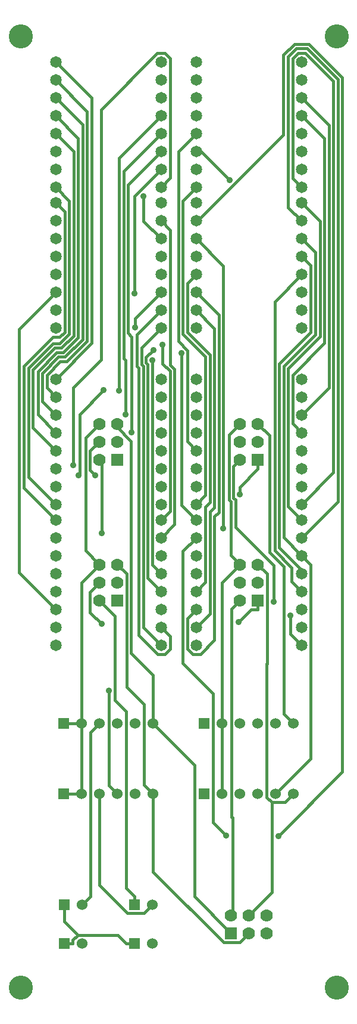
<source format=gtl>
G04 (created by PCBNEW (2013-mar-13)-testing) date Tue 12 Nov 2013 05:22:57 PM PST*
%MOIN*%
G04 Gerber Fmt 3.4, Leading zero omitted, Abs format*
%FSLAX34Y34*%
G01*
G70*
G90*
G04 APERTURE LIST*
%ADD10C,0.005906*%
%ADD11C,0.065000*%
%ADD12R,0.060000X0.060000*%
%ADD13C,0.060000*%
%ADD14R,0.070000X0.070000*%
%ADD15C,0.070000*%
%ADD16C,0.135000*%
%ADD17C,0.035000*%
%ADD18C,0.015000*%
G04 APERTURE END LIST*
G54D10*
G54D11*
X20669Y-37838D03*
X20669Y-38838D03*
X20669Y-39838D03*
X20669Y-40838D03*
X20669Y-41838D03*
X20669Y-42838D03*
X20669Y-43838D03*
X20669Y-44838D03*
X26574Y-44838D03*
X26574Y-43838D03*
X26574Y-42838D03*
X26574Y-41838D03*
X26574Y-40838D03*
X26574Y-39838D03*
X26574Y-38838D03*
X26574Y-37838D03*
X20669Y-45712D03*
X20669Y-46712D03*
X20669Y-47712D03*
X20669Y-48712D03*
X20669Y-49712D03*
X20669Y-50712D03*
X20669Y-51712D03*
X20669Y-52712D03*
X26574Y-52712D03*
X26574Y-51712D03*
X26574Y-50712D03*
X26574Y-49712D03*
X26574Y-48712D03*
X26574Y-47712D03*
X26574Y-46712D03*
X26574Y-45712D03*
X28543Y-37838D03*
X28543Y-38838D03*
X28543Y-39838D03*
X28543Y-40838D03*
X28543Y-41838D03*
X28543Y-42838D03*
X28543Y-43838D03*
X28543Y-44838D03*
X34448Y-44838D03*
X34448Y-43838D03*
X34448Y-42838D03*
X34448Y-41838D03*
X34448Y-40838D03*
X34448Y-39838D03*
X34448Y-38838D03*
X34448Y-37838D03*
X28543Y-45712D03*
X28543Y-46712D03*
X28543Y-47712D03*
X28543Y-48712D03*
X28543Y-49712D03*
X28543Y-50712D03*
X28543Y-51712D03*
X28543Y-52712D03*
X34448Y-52712D03*
X34448Y-51712D03*
X34448Y-50712D03*
X34448Y-49712D03*
X34448Y-48712D03*
X34448Y-47712D03*
X34448Y-46712D03*
X34448Y-45712D03*
X20669Y-20122D03*
X20669Y-21122D03*
X20669Y-22122D03*
X20669Y-23122D03*
X20669Y-24122D03*
X20669Y-25122D03*
X20669Y-26122D03*
X20669Y-27122D03*
X26574Y-27122D03*
X26574Y-26122D03*
X26574Y-25122D03*
X26574Y-24122D03*
X26574Y-23122D03*
X26574Y-22122D03*
X26574Y-21122D03*
X26574Y-20122D03*
X20669Y-27996D03*
X20669Y-28996D03*
X20669Y-29996D03*
X20669Y-30996D03*
X20669Y-31996D03*
X20669Y-32996D03*
X20669Y-33996D03*
X20669Y-34996D03*
X26574Y-34996D03*
X26574Y-33996D03*
X26574Y-32996D03*
X26574Y-31996D03*
X26574Y-30996D03*
X26574Y-29996D03*
X26574Y-28996D03*
X26574Y-27996D03*
X28543Y-20122D03*
X28543Y-21122D03*
X28543Y-22122D03*
X28543Y-23122D03*
X28543Y-24122D03*
X28543Y-25122D03*
X28543Y-26122D03*
X28543Y-27122D03*
X34448Y-27122D03*
X34448Y-26122D03*
X34448Y-25122D03*
X34448Y-24122D03*
X34448Y-23122D03*
X34448Y-22122D03*
X34448Y-21122D03*
X34448Y-20122D03*
X28543Y-27996D03*
X28543Y-28996D03*
X28543Y-29996D03*
X28543Y-30996D03*
X28543Y-31996D03*
X28543Y-32996D03*
X28543Y-33996D03*
X28543Y-34996D03*
X34448Y-34996D03*
X34448Y-33996D03*
X34448Y-32996D03*
X34448Y-31996D03*
X34448Y-30996D03*
X34448Y-29996D03*
X34448Y-28996D03*
X34448Y-27996D03*
G54D12*
X21153Y-67224D03*
G54D13*
X22153Y-67224D03*
G54D12*
X21122Y-57086D03*
G54D13*
X22122Y-57086D03*
X23122Y-57086D03*
X24122Y-57086D03*
X25122Y-57086D03*
X26122Y-57086D03*
G54D12*
X25090Y-67224D03*
G54D13*
X26090Y-67224D03*
G54D12*
X21122Y-61023D03*
G54D13*
X22122Y-61023D03*
X23122Y-61023D03*
X24122Y-61023D03*
X25122Y-61023D03*
X26122Y-61023D03*
G54D12*
X25090Y-69389D03*
G54D13*
X26090Y-69389D03*
G54D12*
X28996Y-57086D03*
G54D13*
X29996Y-57086D03*
X30996Y-57086D03*
X31996Y-57086D03*
X32996Y-57086D03*
X33996Y-57086D03*
G54D12*
X21153Y-69389D03*
G54D13*
X22153Y-69389D03*
G54D12*
X28996Y-61023D03*
G54D13*
X29996Y-61023D03*
X30996Y-61023D03*
X31996Y-61023D03*
X32996Y-61023D03*
X33996Y-61023D03*
G54D14*
X30496Y-68807D03*
G54D15*
X30496Y-67807D03*
X31496Y-68807D03*
X31496Y-67807D03*
X32496Y-68807D03*
X32496Y-67807D03*
G54D14*
X31996Y-50212D03*
G54D15*
X30996Y-50212D03*
X31996Y-49212D03*
X30996Y-49212D03*
X31996Y-48212D03*
X30996Y-48212D03*
G54D14*
X31996Y-42338D03*
G54D15*
X30996Y-42338D03*
X31996Y-41338D03*
X30996Y-41338D03*
X31996Y-40338D03*
X30996Y-40338D03*
G54D14*
X24122Y-50212D03*
G54D15*
X23122Y-50212D03*
X24122Y-49212D03*
X23122Y-49212D03*
X24122Y-48212D03*
X23122Y-48212D03*
G54D14*
X24122Y-42338D03*
G54D15*
X23122Y-42338D03*
X24122Y-41338D03*
X23122Y-41338D03*
X24122Y-40338D03*
X23122Y-40338D03*
G54D16*
X18700Y-18700D03*
X36417Y-18700D03*
X36417Y-71850D03*
X18700Y-71850D03*
G54D17*
X32882Y-50280D03*
X23232Y-46467D03*
X24216Y-38480D03*
X26072Y-36781D03*
X30062Y-46193D03*
X26664Y-35916D03*
X24573Y-39836D03*
X26162Y-36216D03*
X27713Y-36389D03*
X33144Y-63386D03*
X30216Y-63357D03*
X30967Y-44299D03*
X30403Y-26710D03*
X30929Y-51424D03*
X25078Y-33062D03*
X22882Y-43218D03*
X23232Y-51532D03*
X21647Y-42644D03*
X23646Y-55255D03*
X33813Y-51043D03*
X24929Y-40837D03*
X21953Y-43227D03*
X23358Y-38468D03*
X25100Y-34970D03*
X25588Y-27615D03*
G54D18*
X25090Y-69389D02*
X24615Y-69389D01*
X21153Y-69389D02*
X21628Y-69389D01*
X21153Y-68150D02*
X21153Y-67224D01*
X21917Y-68914D02*
X21153Y-68150D01*
X24140Y-68914D02*
X21917Y-68914D01*
X24615Y-69389D02*
X24140Y-68914D01*
X21628Y-69203D02*
X21628Y-69389D01*
X21917Y-68914D02*
X21628Y-69203D01*
X23232Y-42449D02*
X23122Y-42338D01*
X23232Y-46467D02*
X23232Y-42449D01*
X24615Y-66274D02*
X25090Y-66749D01*
X24615Y-56409D02*
X24615Y-66274D01*
X23997Y-55790D02*
X24615Y-56409D01*
X23997Y-51087D02*
X23997Y-55790D01*
X23122Y-50212D02*
X23997Y-51087D01*
X25090Y-67224D02*
X25090Y-66749D01*
X30570Y-67732D02*
X30496Y-67807D01*
X30570Y-62367D02*
X30570Y-67732D01*
X30518Y-62316D02*
X30570Y-62367D01*
X30518Y-50689D02*
X30518Y-62316D01*
X30996Y-50212D02*
X30518Y-50689D01*
X30617Y-42716D02*
X30996Y-42338D01*
X30617Y-44472D02*
X30617Y-42716D01*
X30737Y-44593D02*
X30617Y-44472D01*
X30737Y-46125D02*
X30737Y-44593D01*
X32882Y-48269D02*
X30737Y-46125D01*
X32882Y-50280D02*
X32882Y-48269D01*
X24216Y-25479D02*
X24216Y-38480D01*
X26574Y-23122D02*
X24216Y-25479D01*
X26072Y-48210D02*
X26574Y-48712D01*
X26072Y-36781D02*
X26072Y-48210D01*
X26072Y-36781D02*
X26072Y-36781D01*
X35718Y-24391D02*
X34448Y-23122D01*
X35718Y-35835D02*
X35718Y-24391D01*
X33940Y-37613D02*
X35718Y-35835D01*
X33940Y-40329D02*
X33940Y-37613D01*
X34448Y-40838D02*
X33940Y-40329D01*
X34448Y-48518D02*
X34448Y-48712D01*
X33187Y-47257D02*
X34448Y-48518D01*
X33187Y-36994D02*
X33187Y-47257D01*
X34950Y-35232D02*
X33187Y-36994D01*
X34950Y-31497D02*
X34950Y-35232D01*
X34448Y-30996D02*
X34950Y-31497D01*
X22174Y-23627D02*
X20669Y-22122D01*
X22174Y-35620D02*
X22174Y-23627D01*
X21192Y-36602D02*
X22174Y-35620D01*
X20826Y-36602D02*
X21192Y-36602D01*
X19917Y-37511D02*
X20826Y-36602D01*
X19917Y-39086D02*
X19917Y-37511D01*
X20669Y-39838D02*
X19917Y-39086D01*
X30062Y-31514D02*
X28543Y-29996D01*
X30062Y-46193D02*
X30062Y-31514D01*
X21924Y-24377D02*
X20669Y-23122D01*
X21924Y-35516D02*
X21924Y-24377D01*
X21088Y-36352D02*
X21924Y-35516D01*
X20723Y-36352D02*
X21088Y-36352D01*
X19667Y-37408D02*
X20723Y-36352D01*
X19667Y-39836D02*
X19667Y-37408D01*
X20669Y-40838D02*
X19667Y-39836D01*
X27326Y-45960D02*
X26574Y-46712D01*
X27326Y-37300D02*
X27326Y-45960D01*
X27088Y-37062D02*
X27326Y-37300D01*
X27088Y-29509D02*
X27088Y-37062D01*
X26574Y-28996D02*
X27088Y-29509D01*
X33697Y-28244D02*
X34448Y-28996D01*
X33697Y-19812D02*
X33697Y-28244D01*
X34151Y-19357D02*
X33697Y-19812D01*
X34747Y-19357D02*
X34151Y-19357D01*
X36477Y-21088D02*
X34747Y-19357D01*
X36477Y-44683D02*
X36477Y-21088D01*
X34448Y-46712D02*
X36477Y-44683D01*
X26664Y-36992D02*
X26664Y-35916D01*
X27076Y-37403D02*
X26664Y-36992D01*
X27076Y-45210D02*
X27076Y-37403D01*
X26574Y-45712D02*
X27076Y-45210D01*
X33688Y-44951D02*
X34448Y-45712D01*
X33688Y-37251D02*
X33688Y-44951D01*
X35468Y-35471D02*
X33688Y-37251D01*
X35468Y-29015D02*
X35468Y-35471D01*
X34448Y-27996D02*
X35468Y-29015D01*
X21424Y-27877D02*
X20669Y-27122D01*
X21424Y-35309D02*
X21424Y-27877D01*
X20881Y-35852D02*
X21424Y-35309D01*
X20502Y-35852D02*
X20881Y-35852D01*
X19142Y-37211D02*
X20502Y-35852D01*
X19142Y-43312D02*
X19142Y-37211D01*
X20669Y-44838D02*
X19142Y-43312D01*
X29059Y-44322D02*
X28543Y-44838D01*
X29059Y-36596D02*
X29059Y-44322D01*
X27793Y-35330D02*
X29059Y-36596D01*
X27793Y-27872D02*
X27793Y-35330D01*
X28543Y-27122D02*
X27793Y-27872D01*
X24573Y-36781D02*
X24573Y-39836D01*
X24470Y-36679D02*
X24573Y-36781D01*
X24470Y-26226D02*
X24470Y-36679D01*
X26574Y-24122D02*
X24470Y-26226D01*
X25822Y-48960D02*
X26574Y-49712D01*
X25822Y-37026D02*
X25822Y-48960D01*
X25722Y-36926D02*
X25822Y-37026D01*
X25722Y-36636D02*
X25722Y-36926D01*
X26142Y-36216D02*
X25722Y-36636D01*
X26162Y-36216D02*
X26142Y-36216D01*
X33892Y-49156D02*
X34448Y-49712D01*
X33892Y-48389D02*
X33892Y-49156D01*
X32937Y-47434D02*
X33892Y-48389D01*
X32937Y-33507D02*
X32937Y-47434D01*
X34448Y-31996D02*
X32937Y-33507D01*
X22674Y-22127D02*
X20669Y-20122D01*
X22674Y-35833D02*
X22674Y-22127D01*
X20669Y-37838D02*
X22674Y-35833D01*
X18880Y-43923D02*
X20669Y-45712D01*
X18880Y-37118D02*
X18880Y-43923D01*
X20501Y-35496D02*
X18880Y-37118D01*
X20883Y-35496D02*
X20501Y-35496D01*
X21174Y-35205D02*
X20883Y-35496D01*
X21174Y-28500D02*
X21174Y-35205D01*
X20669Y-27996D02*
X21174Y-28500D01*
X27713Y-44882D02*
X28543Y-45712D01*
X27713Y-36389D02*
X27713Y-44882D01*
X29314Y-50941D02*
X28543Y-51712D01*
X29314Y-45254D02*
X29314Y-50941D01*
X29559Y-45008D02*
X29314Y-45254D01*
X29559Y-35012D02*
X29559Y-45008D01*
X28543Y-33996D02*
X29559Y-35012D01*
X22424Y-22877D02*
X20669Y-21122D01*
X22424Y-35723D02*
X22424Y-22877D01*
X21295Y-36852D02*
X22424Y-35723D01*
X20930Y-36852D02*
X21295Y-36852D01*
X20167Y-37615D02*
X20930Y-36852D01*
X20167Y-38337D02*
X20167Y-37615D01*
X20669Y-38838D02*
X20167Y-38337D01*
X27788Y-47467D02*
X28543Y-46712D01*
X27788Y-53736D02*
X27788Y-47467D01*
X29471Y-55419D02*
X27788Y-53736D01*
X29471Y-62612D02*
X29471Y-55419D01*
X30216Y-63357D02*
X29471Y-62612D01*
X36727Y-59803D02*
X33144Y-63386D01*
X36727Y-20984D02*
X36727Y-59803D01*
X34851Y-19107D02*
X36727Y-20984D01*
X34047Y-19107D02*
X34851Y-19107D01*
X33421Y-19733D02*
X34047Y-19107D01*
X33421Y-24187D02*
X33421Y-19733D01*
X28613Y-28996D02*
X33421Y-24187D01*
X28543Y-28996D02*
X28613Y-28996D01*
X21674Y-25127D02*
X20669Y-24122D01*
X21674Y-35413D02*
X21674Y-25127D01*
X20984Y-36102D02*
X21674Y-35413D01*
X20617Y-36102D02*
X20984Y-36102D01*
X19398Y-37321D02*
X20617Y-36102D01*
X19398Y-40567D02*
X19398Y-37321D01*
X20669Y-41838D02*
X19398Y-40567D01*
X27542Y-25122D02*
X28543Y-24122D01*
X27542Y-35723D02*
X27542Y-25122D01*
X28063Y-36244D02*
X27542Y-35723D01*
X28063Y-36534D02*
X28063Y-36244D01*
X28038Y-36559D02*
X28063Y-36534D01*
X28038Y-41334D02*
X28038Y-36559D01*
X28543Y-41838D02*
X28038Y-41334D01*
X29059Y-49196D02*
X28543Y-49712D01*
X29059Y-44978D02*
X29059Y-49196D01*
X29309Y-44728D02*
X29059Y-44978D01*
X29309Y-36492D02*
X29309Y-44728D01*
X28043Y-35226D02*
X29309Y-36492D01*
X28043Y-32496D02*
X28043Y-35226D01*
X28543Y-31996D02*
X28043Y-32496D01*
X18626Y-48670D02*
X20669Y-50712D01*
X18626Y-35038D02*
X18626Y-48670D01*
X20669Y-32996D02*
X18626Y-35038D01*
X31996Y-42338D02*
X31996Y-42863D01*
X30967Y-43891D02*
X30967Y-44299D01*
X31996Y-42863D02*
X30967Y-43891D01*
X28815Y-25122D02*
X28543Y-25122D01*
X30403Y-26710D02*
X28815Y-25122D01*
X31996Y-50212D02*
X31996Y-50737D01*
X29811Y-34264D02*
X28543Y-32996D01*
X29811Y-45286D02*
X29811Y-34264D01*
X29564Y-45534D02*
X29811Y-45286D01*
X29564Y-52428D02*
X29564Y-45534D01*
X28777Y-53214D02*
X29564Y-52428D01*
X28335Y-53214D02*
X28777Y-53214D01*
X28038Y-52918D02*
X28335Y-53214D01*
X28038Y-51217D02*
X28038Y-52918D01*
X28543Y-50712D02*
X28038Y-51217D01*
X31615Y-50737D02*
X30929Y-51424D01*
X31996Y-50737D02*
X31615Y-50737D01*
X25078Y-27618D02*
X25078Y-33062D01*
X26574Y-26122D02*
X25078Y-27618D01*
X22590Y-42925D02*
X22882Y-43218D01*
X22590Y-41870D02*
X22590Y-42925D01*
X23122Y-41338D02*
X22590Y-41870D01*
X27094Y-52232D02*
X26574Y-51712D01*
X27094Y-52912D02*
X27094Y-52232D01*
X26791Y-53215D02*
X27094Y-52912D01*
X26367Y-53215D02*
X26791Y-53215D01*
X25322Y-52170D02*
X26367Y-53215D01*
X25322Y-37233D02*
X25322Y-52170D01*
X25222Y-37133D02*
X25322Y-37233D01*
X25222Y-35348D02*
X25222Y-37133D01*
X26574Y-33996D02*
X25222Y-35348D01*
X22577Y-50878D02*
X23232Y-51532D01*
X22577Y-49757D02*
X22577Y-50878D01*
X23122Y-49212D02*
X22577Y-49757D01*
X21647Y-38307D02*
X21647Y-42644D01*
X23210Y-36744D02*
X21647Y-38307D01*
X23210Y-22772D02*
X23210Y-36744D01*
X26361Y-19620D02*
X23210Y-22772D01*
X26788Y-19620D02*
X26361Y-19620D01*
X27098Y-19930D02*
X26788Y-19620D01*
X27098Y-26598D02*
X27098Y-19930D01*
X26574Y-27122D02*
X27098Y-26598D01*
X23646Y-60548D02*
X23646Y-55255D01*
X24122Y-61023D02*
X23646Y-60548D01*
X25572Y-51710D02*
X26574Y-52712D01*
X25572Y-37130D02*
X25572Y-51710D01*
X25472Y-37029D02*
X25572Y-37130D01*
X25472Y-36098D02*
X25472Y-37029D01*
X26574Y-34996D02*
X25472Y-36098D01*
X33947Y-26620D02*
X34448Y-27122D01*
X33947Y-19915D02*
X33947Y-26620D01*
X34254Y-19608D02*
X33947Y-19915D01*
X34644Y-19608D02*
X34254Y-19608D01*
X36227Y-21191D02*
X34644Y-19608D01*
X36227Y-43059D02*
X36227Y-21191D01*
X34448Y-44838D02*
X36227Y-43059D01*
X33813Y-52077D02*
X33813Y-51043D01*
X34448Y-52712D02*
X33813Y-52077D01*
X24720Y-26976D02*
X26574Y-25122D01*
X24720Y-35265D02*
X24720Y-26976D01*
X24929Y-35474D02*
X24720Y-35265D01*
X24929Y-40837D02*
X24929Y-35474D01*
X22009Y-39817D02*
X23358Y-38468D01*
X22009Y-43170D02*
X22009Y-39817D01*
X21953Y-43227D02*
X22009Y-43170D01*
X25100Y-34470D02*
X25100Y-34970D01*
X26574Y-32996D02*
X25100Y-34470D01*
X25588Y-29010D02*
X25588Y-27615D01*
X26574Y-29996D02*
X25588Y-29010D01*
X35969Y-23643D02*
X34448Y-22122D01*
X35969Y-38317D02*
X35969Y-23643D01*
X34448Y-39838D02*
X35969Y-38317D01*
X34951Y-48215D02*
X34448Y-47712D01*
X34951Y-59067D02*
X34951Y-48215D01*
X32996Y-61023D02*
X34951Y-59067D01*
X33438Y-46701D02*
X34448Y-47712D01*
X33438Y-37137D02*
X33438Y-46701D01*
X35209Y-35366D02*
X33438Y-37137D01*
X35209Y-30756D02*
X35209Y-35366D01*
X34448Y-29996D02*
X35209Y-30756D01*
X28450Y-66761D02*
X30496Y-68807D01*
X28450Y-59414D02*
X28450Y-66761D01*
X26122Y-57086D02*
X28450Y-59414D01*
X24122Y-40534D02*
X24122Y-40338D01*
X24897Y-41309D02*
X24122Y-40534D01*
X24897Y-53157D02*
X24897Y-41309D01*
X26122Y-54382D02*
X24897Y-53157D01*
X26122Y-57086D02*
X26122Y-54382D01*
X26122Y-65380D02*
X26122Y-61023D01*
X30073Y-69332D02*
X26122Y-65380D01*
X30970Y-69332D02*
X30073Y-69332D01*
X31496Y-68807D02*
X30970Y-69332D01*
X25622Y-60523D02*
X26122Y-61023D01*
X25622Y-56031D02*
X25622Y-60523D01*
X24647Y-55056D02*
X25622Y-56031D01*
X24647Y-48737D02*
X24647Y-55056D01*
X24122Y-48212D02*
X24647Y-48737D01*
X33463Y-56553D02*
X33996Y-57086D01*
X33463Y-48313D02*
X33463Y-56553D01*
X32655Y-47505D02*
X33463Y-48313D01*
X32655Y-40997D02*
X32655Y-47505D01*
X31996Y-40338D02*
X32655Y-40997D01*
X32772Y-66530D02*
X32772Y-61501D01*
X31496Y-67807D02*
X32772Y-66530D01*
X32496Y-61225D02*
X32772Y-61501D01*
X32496Y-53770D02*
X32496Y-61225D01*
X32521Y-53745D02*
X32496Y-53770D01*
X32521Y-48737D02*
X32521Y-53745D01*
X31996Y-48212D02*
X32521Y-48737D01*
X33518Y-61501D02*
X33996Y-61023D01*
X32772Y-61501D02*
X33518Y-61501D01*
X21122Y-57086D02*
X21597Y-57086D01*
X22122Y-49212D02*
X22122Y-57086D01*
X23122Y-48212D02*
X22122Y-49212D01*
X22122Y-57086D02*
X21597Y-57086D01*
X22340Y-47430D02*
X23122Y-48212D01*
X22340Y-41120D02*
X22340Y-47430D01*
X23122Y-40338D02*
X22340Y-41120D01*
X21122Y-61023D02*
X21597Y-61023D01*
X22122Y-61023D02*
X22122Y-57086D01*
X22122Y-61023D02*
X21597Y-61023D01*
X29996Y-57086D02*
X29996Y-61023D01*
X29996Y-49212D02*
X30996Y-48212D01*
X29996Y-57086D02*
X29996Y-49212D01*
X30367Y-40967D02*
X30996Y-40338D01*
X30367Y-44576D02*
X30367Y-40967D01*
X30487Y-44696D02*
X30367Y-44576D01*
X30487Y-47704D02*
X30487Y-44696D01*
X30996Y-48212D02*
X30487Y-47704D01*
X25615Y-67699D02*
X26090Y-67224D01*
X24696Y-67699D02*
X25615Y-67699D01*
X23122Y-66124D02*
X24696Y-67699D01*
X23122Y-61023D02*
X23122Y-66124D01*
X22622Y-66755D02*
X22153Y-67224D01*
X22622Y-57586D02*
X22622Y-66755D01*
X23122Y-57086D02*
X22622Y-57586D01*
M02*

</source>
